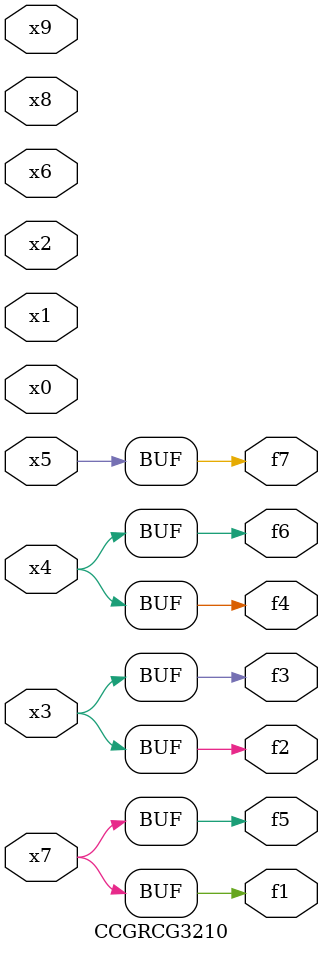
<source format=v>
module CCGRCG3210(
	input x0, x1, x2, x3, x4, x5, x6, x7, x8, x9,
	output f1, f2, f3, f4, f5, f6, f7
);
	assign f1 = x7;
	assign f2 = x3;
	assign f3 = x3;
	assign f4 = x4;
	assign f5 = x7;
	assign f6 = x4;
	assign f7 = x5;
endmodule

</source>
